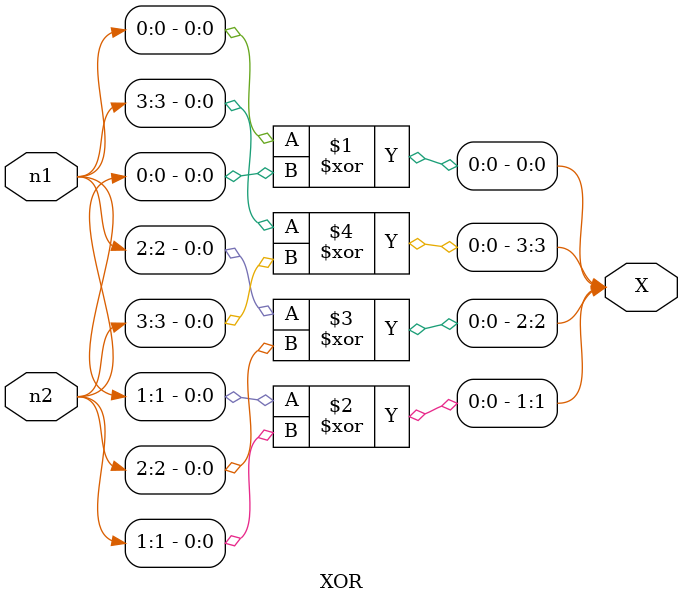
<source format=v>
module XOR(n1,n2,X);

//---Define Inputs---//
input [3:0] n1;
input [3:0] n2;

//---Define Outputs---//
output [3:0] X;

//---Input&Output datatype---//
wire [3:0] n1;
wire [3:0] X;
wire [3:0] n2;

xor(X[0],n1[0],n2[0]);
xor(X[1],n1[1],n2[1]);
xor(X[2],n1[2],n2[2]);
xor(X[3],n1[3],n2[3]);

endmodule
</source>
